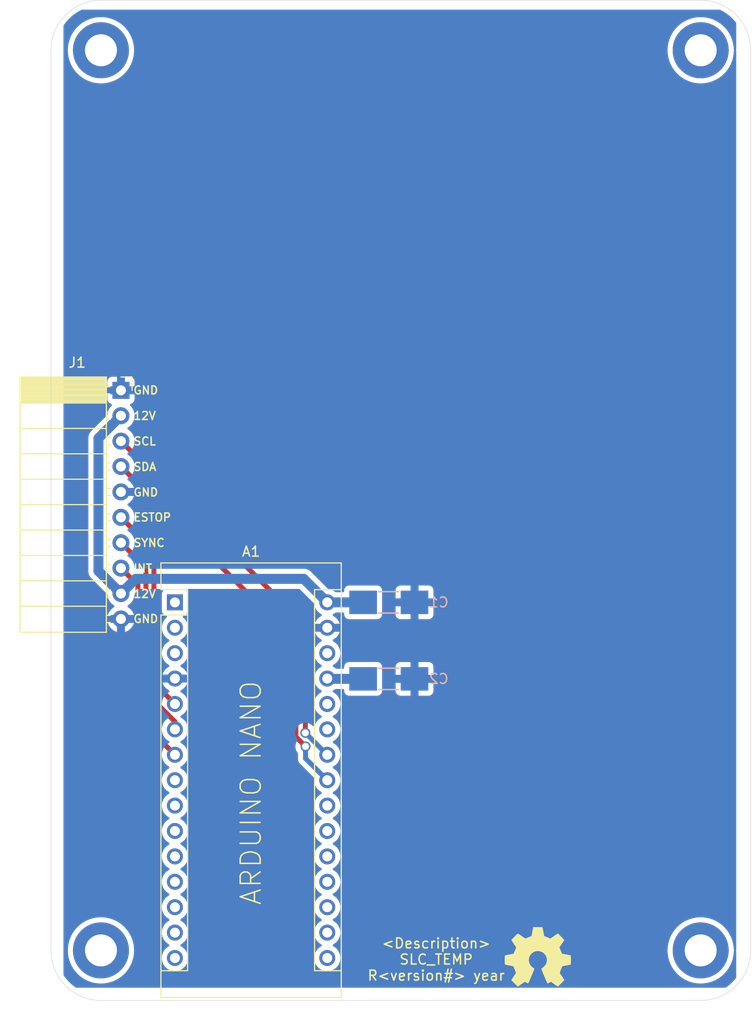
<source format=kicad_pcb>
(kicad_pcb (version 20240108) (generator "pcbnew") (generator_version "8.0")
  (layers (0 "F.Cu" signal) (31 "B.Cu" signal) (34 "B.Paste" user) (35 "F.Paste" user) (36 "B.SilkS" user "B.Silkscreen") (37 "F.SilkS" user "F.Silkscreen") (38 "B.Mask" user) (39 "F.Mask" user) (44 "Edge.Cuts" user))
  (net 0 "")
  (net 2 "GND")
  (net 4 "+5V")
  (net 5 "/I2C_CLK")
  (net 6 "/I2C_DAT")
  (net 7 "/SYNC")
  (net 8 "/E_STOP")
  (net 14 "+12V")
  (net 15 "/INT")
  (net 16 "/A1")
  (net 17 "/B1")
  (net 18 "/A2")
  (net 19 "/B2")
  (net 20 "/BR1")
  (net 21 "/BR2")
  (net 22 "/CSEN1")
  (net 23 "/DIR1")
  (net 24 "/CSEN2")
  (net 25 "/DIR2")
  (net 26 "/MC1")
  (net 27 "/MC2")
  (net 28 "/THRM1")
  (net 29 "/THRM2")
  (footprint "MountingHole:MountingHole_3.2mm_M3_DIN965_Pad" (layer "F.Cu") (at 127.6 44.8)
    (property "Reference" "H1" (hide yes))
    (property "Value" "MountingHole")
    (pad "1" thru_hole circle (at 0 0) (size 5.6 5.6) (drill 3.2) (layers "*.Cu" "*.Mask"))
  )
  (footprint "MountingHole:MountingHole_3.2mm_M3_DIN965_Pad" (layer "F.Cu") (at 187.6 44.8)
    (property "Reference" "H2" (hide yes))
    (property "Value" "MountingHole")
    (pad "1" thru_hole circle (at 0 0) (size 5.6 5.6) (drill 3.2) (layers "*.Cu" "*.Mask"))
  )
  (footprint "MountingHole:MountingHole_3.2mm_M3_DIN965_Pad" (layer "F.Cu") (at 127.6 134.8)
    (property "Reference" "H3" (hide yes))
    (property "Value" "MountingHole")
    (pad "1" thru_hole circle (at 0 0) (size 5.6 5.6) (drill 3.2) (layers "*.Cu" "*.Mask"))
  )
  (footprint "MountingHole:MountingHole_3.2mm_M3_DIN965_Pad" (layer "F.Cu") (at 187.6 134.8)
    (property "Reference" "H4" (hide yes))
    (property "Value" "MountingHole")
    (pad "1" thru_hole circle (at 0 0) (size 5.6 5.6) (drill 3.2) (layers "*.Cu" "*.Mask"))
  )
  (footprint "Module:Arduino_Nano" (layer "F.Cu") (at 135 100)
    (property "Reference" "A1" (at 7.62 -5.08 0) (layer "F.SilkS"))
    (property "Value" "Arduino_Nano_v3.x")
    (fp_line (start -1.4 -3.94) (end -1.4 -1.27) (stroke (width 0.12)) (layer "F.SilkS"))
    (fp_line (start -1.4 1.27) (end -1.4 39.5) (stroke (width 0.12)) (layer "F.SilkS"))
    (fp_line (start -1.4 39.5) (end 16.64 39.5) (stroke (width 0.12)) (layer "F.SilkS"))
    (fp_line (start 1.27 -1.27) (end -1.4 -1.27) (stroke (width 0.12)) (layer "F.SilkS"))
    (fp_line (start 1.27 1.27) (end -1.4 1.27) (stroke (width 0.12)) (layer "F.SilkS"))
    (fp_line (start 1.27 1.27) (end 1.27 -1.27) (stroke (width 0.12)) (layer "F.SilkS"))
    (fp_line (start 1.27 1.27) (end 1.27 36.83) (stroke (width 0.12)) (layer "F.SilkS"))
    (fp_line (start 1.27 36.83) (end -1.4 36.83) (stroke (width 0.12)) (layer "F.SilkS"))
    (fp_line (start 13.97 -1.27) (end 13.97 36.83) (stroke (width 0.12)) (layer "F.SilkS"))
    (fp_line (start 13.97 -1.27) (end 16.64 -1.27) (stroke (width 0.12)) (layer "F.SilkS"))
    (fp_line (start 13.97 36.83) (end 16.64 36.83) (stroke (width 0.12)) (layer "F.SilkS"))
    (fp_line (start 16.64 -3.94) (end -1.4 -3.94) (stroke (width 0.12)) (layer "F.SilkS"))
    (fp_line (start 16.64 39.5) (end 16.64 -3.94) (stroke (width 0.12)) (layer "F.SilkS"))
    (pad "1" thru_hole rect (at 0 0) (size 1.6 1.6) (drill 1) (layers "*.Cu" "*.Mask"))
    (pad "2" thru_hole oval (at 0 2.54) (size 1.6 1.6) (drill 1) (layers "*.Cu" "*.Mask"))
    (pad "3" thru_hole oval (at 0 5.08) (size 1.6 1.6) (drill 1) (layers "*.Cu" "*.Mask"))
    (pad "4" thru_hole oval (at 0 7.62) (size 1.6 1.6) (drill 1) (layers "*.Cu" "*.Mask") (net 2 "GND"))
    (pad "5" thru_hole oval (at 0 10.16) (size 1.6 1.6) (drill 1) (layers "*.Cu" "*.Mask") (net 8 "/E_STOP"))
    (pad "6" thru_hole oval (at 0 12.7) (size 1.6 1.6) (drill 1) (layers "*.Cu" "*.Mask") (net 15 "/INT"))
    (pad "7" thru_hole oval (at 0 15.24) (size 1.6 1.6) (drill 1) (layers "*.Cu" "*.Mask") (net 7 "/SYNC"))
    (pad "8" thru_hole oval (at 0 17.78) (size 1.6 1.6) (drill 1) (layers "*.Cu" "*.Mask") (net 25 "/DIR2"))
    (pad "9" thru_hole oval (at 0 20.32) (size 1.6 1.6) (drill 1) (layers "*.Cu" "*.Mask") (net 27 "/MC2"))
    (pad "10" thru_hole oval (at 0 22.86) (size 1.6 1.6) (drill 1) (layers "*.Cu" "*.Mask") (net 21 "/BR2"))
    (pad "11" thru_hole oval (at 0 25.4) (size 1.6 1.6) (drill 1) (layers "*.Cu" "*.Mask") (net 29 "/THRM2"))
    (pad "12" thru_hole oval (at 0 27.94) (size 1.6 1.6) (drill 1) (layers "*.Cu" "*.Mask") (net 23 "/DIR1"))
    (pad "13" thru_hole oval (at 0 30.48) (size 1.6 1.6) (drill 1) (layers "*.Cu" "*.Mask") (net 26 "/MC1"))
    (pad "14" thru_hole oval (at 0 33.02) (size 1.6 1.6) (drill 1) (layers "*.Cu" "*.Mask") (net 20 "/BR1"))
    (pad "15" thru_hole oval (at 0 35.56) (size 1.6 1.6) (drill 1) (layers "*.Cu" "*.Mask") (net 28 "/THRM1"))
    (pad "16" thru_hole oval (at 15.24 35.56) (size 1.6 1.6) (drill 1) (layers "*.Cu" "*.Mask"))
    (pad "17" thru_hole oval (at 15.24 33.02) (size 1.6 1.6) (drill 1) (layers "*.Cu" "*.Mask"))
    (pad "18" thru_hole oval (at 15.24 30.48) (size 1.6 1.6) (drill 1) (layers "*.Cu" "*.Mask"))
    (pad "19" thru_hole oval (at 15.24 27.94) (size 1.6 1.6) (drill 1) (layers "*.Cu" "*.Mask") (net 16 "/A1"))
    (pad "20" thru_hole oval (at 15.24 25.4) (size 1.6 1.6) (drill 1) (layers "*.Cu" "*.Mask") (net 17 "/B1"))
    (pad "21" thru_hole oval (at 15.24 22.86) (size 1.6 1.6) (drill 1) (layers "*.Cu" "*.Mask") (net 18 "/A2"))
    (pad "22" thru_hole oval (at 15.24 20.32) (size 1.6 1.6) (drill 1) (layers "*.Cu" "*.Mask") (net 19 "/B2"))
    (pad "23" thru_hole oval (at 15.24 17.78) (size 1.6 1.6) (drill 1) (layers "*.Cu" "*.Mask") (net 6 "/I2C_DAT"))
    (pad "24" thru_hole oval (at 15.24 15.24) (size 1.6 1.6) (drill 1) (layers "*.Cu" "*.Mask") (net 5 "/I2C_CLK"))
    (pad "25" thru_hole oval (at 15.24 12.7) (size 1.6 1.6) (drill 1) (layers "*.Cu" "*.Mask") (net 22 "/CSEN1"))
    (pad "26" thru_hole oval (at 15.24 10.16) (size 1.6 1.6) (drill 1) (layers "*.Cu" "*.Mask") (net 24 "/CSEN2"))
    (pad "27" thru_hole oval (at 15.24 7.62) (size 1.6 1.6) (drill 1) (layers "*.Cu" "*.Mask") (net 4 "+5V"))
    (pad "28" thru_hole oval (at 15.24 5.08) (size 1.6 1.6) (drill 1) (layers "*.Cu" "*.Mask"))
    (pad "29" thru_hole oval (at 15.24 2.54) (size 1.6 1.6) (drill 1) (layers "*.Cu" "*.Mask") (net 2 "GND"))
    (pad "30" thru_hole oval (at 15.24 0) (size 1.6 1.6) (drill 1) (layers "*.Cu" "*.Mask") (net 14 "+12V"))
  )
  (footprint "Connector_PinSocket_2.54mm:PinSocket_1x10_P2.54mm_Horizontal" (layer "F.Cu") (at 129.6 78.8)
    (property "Reference" "J1" (at -4.38 -2.77 0) (layer "F.SilkS"))
    (property "Value" "Conn_01x10_Female")
    (fp_line (start -10.09 -1.33) (end -10.09 24.19) (stroke (width 0.12)) (layer "F.SilkS"))
    (fp_line (start -10.09 -1.33) (end -1.46 -1.33) (stroke (width 0.12)) (layer "F.SilkS"))
    (fp_line (start -10.09 -1.21) (end -1.46 -1.21) (stroke (width 0.12)) (layer "F.SilkS"))
    (fp_line (start -10.09 -1.091905) (end -1.46 -1.091905) (stroke (width 0.12)) (layer "F.SilkS"))
    (fp_line (start -10.09 -0.97381) (end -1.46 -0.97381) (stroke (width 0.12)) (layer "F.SilkS"))
    (fp_line (start -10.09 -0.855715) (end -1.46 -0.855715) (stroke (width 0.12)) (layer "F.SilkS"))
    (fp_line (start -10.09 -0.73762) (end -1.46 -0.73762) (stroke (width 0.12)) (layer "F.SilkS"))
    (fp_line (start -10.09 -0.619525) (end -1.46 -0.619525) (stroke (width 0.12)) (layer "F.SilkS"))
    (fp_line (start -10.09 -0.50143) (end -1.46 -0.50143) (stroke (width 0.12)) (layer "F.SilkS"))
    (fp_line (start -10.09 -0.383335) (end -1.46 -0.383335) (stroke (width 0.12)) (layer "F.SilkS"))
    (fp_line (start -10.09 -0.26524) (end -1.46 -0.26524) (stroke (width 0.12)) (layer "F.SilkS"))
    (fp_line (start -10.09 -0.147145) (end -1.46 -0.147145) (stroke (width 0.12)) (layer "F.SilkS"))
    (fp_line (start -10.09 -0.02905) (end -1.46 -0.02905) (stroke (width 0.12)) (layer "F.SilkS"))
    (fp_line (start -10.09 0.089045) (end -1.46 0.089045) (stroke (width 0.12)) (layer "F.SilkS"))
    (fp_line (start -10.09 0.20714) (end -1.46 0.20714) (stroke (width 0.12)) (layer "F.SilkS"))
    (fp_line (start -10.09 0.325235) (end -1.46 0.325235) (stroke (width 0.12)) (layer "F.SilkS"))
    (fp_line (start -10.09 0.44333) (end -1.46 0.44333) (stroke (width 0.12)) (layer "F.SilkS"))
    (fp_line (start -10.09 0.561425) (end -1.46 0.561425) (stroke (width 0.12)) (layer "F.SilkS"))
    (fp_line (start -10.09 0.67952) (end -1.46 0.67952) (stroke (width 0.12)) (layer "F.SilkS"))
    (fp_line (start -10.09 0.797615) (end -1.46 0.797615) (stroke (width 0.12)) (layer "F.SilkS"))
    (fp_line (start -10.09 0.91571) (end -1.46 0.91571) (stroke (width 0.12)) (layer "F.SilkS"))
    (fp_line (start -10.09 1.033805) (end -1.46 1.033805) (stroke (width 0.12)) (layer "F.SilkS"))
    (fp_line (start -10.09 1.1519) (end -1.46 1.1519) (stroke (width 0.12)) (layer "F.SilkS"))
    (fp_line (start -10.09 1.27) (end -1.46 1.27) (stroke (width 0.12)) (layer "F.SilkS"))
    (fp_line (start -10.09 3.81) (end -1.46 3.81) (stroke (width 0.12)) (layer "F.SilkS"))
    (fp_line (start -10.09 6.35) (end -1.46 6.35) (stroke (width 0.12)) (layer "F.SilkS"))
    (fp_line (start -10.09 8.89) (end -1.46 8.89) (stroke (width 0.12)) (layer "F.SilkS"))
    (fp_line (start -10.09 11.43) (end -1.46 11.43) (stroke (width 0.12)) (layer "F.SilkS"))
    (fp_line (start -10.09 13.97) (end -1.46 13.97) (stroke (width 0.12)) (layer "F.SilkS"))
    (fp_line (start -10.09 16.51) (end -1.46 16.51) (stroke (width 0.12)) (layer "F.SilkS"))
    (fp_line (start -10.09 19.05) (end -1.46 19.05) (stroke (width 0.12)) (layer "F.SilkS"))
    (fp_line (start -10.09 21.59) (end -1.46 21.59) (stroke (width 0.12)) (layer "F.SilkS"))
    (fp_line (start -10.09 24.19) (end -1.46 24.19) (stroke (width 0.12)) (layer "F.SilkS"))
    (fp_line (start -1.46 -1.33) (end -1.46 24.19) (stroke (width 0.12)) (layer "F.SilkS"))
    (fp_line (start -1.46 -0.36) (end -1.11 -0.36) (stroke (width 0.12)) (layer "F.SilkS"))
    (fp_line (start -1.46 0.36) (end -1.11 0.36) (stroke (width 0.12)) (layer "F.SilkS"))
    (fp_line (start -1.46 2.18) (end -1.05 2.18) (stroke (width 0.12)) (layer "F.SilkS"))
    (fp_line (start -1.46 2.9) (end -1.05 2.9) (stroke (width 0.12)) (layer "F.SilkS"))
    (fp_line (start -1.46 4.72) (end -1.05 4.72) (stroke (width 0.12)) (layer "F.SilkS"))
    (fp_line (start -1.46 5.44) (end -1.05 5.44) (stroke (width 0.12)) (layer "F.SilkS"))
    (fp_line (start -1.46 7.26) (end -1.05 7.26) (stroke (width 0.12)) (layer "F.SilkS"))
    (fp_line (start -1.46 7.98) (end -1.05 7.98) (stroke (width 0.12)) (layer "F.SilkS"))
    (fp_line (start -1.46 9.8) (end -1.05 9.8) (stroke (width 0.12)) (layer "F.SilkS"))
    (fp_line (start -1.46 10.52) (end -1.05 10.52) (stroke (width 0.12)) (layer "F.SilkS"))
    (fp_line (start -1.46 12.34) (end -1.05 12.34) (stroke (width 0.12)) (layer "F.SilkS"))
    (fp_line (start -1.46 13.06) (end -1.05 13.06) (stroke (width 0.12)) (layer "F.SilkS"))
    (fp_line (start -1.46 14.88) (end -1.05 14.88) (stroke (width 0.12)) (layer "F.SilkS"))
    (fp_line (start -1.46 15.6) (end -1.05 15.6) (stroke (width 0.12)) (layer "F.SilkS"))
    (fp_line (start -1.46 17.42) (end -1.05 17.42) (stroke (width 0.12)) (layer "F.SilkS"))
    (fp_line (start -1.46 18.14) (end -1.05 18.14) (stroke (width 0.12)) (layer "F.SilkS"))
    (fp_line (start -1.46 19.96) (end -1.05 19.96) (stroke (width 0.12)) (layer "F.SilkS"))
    (fp_line (start -1.46 20.68) (end -1.05 20.68) (stroke (width 0.12)) (layer "F.SilkS"))
    (fp_line (start -1.46 22.5) (end -1.05 22.5) (stroke (width 0.12)) (layer "F.SilkS"))
    (fp_line (start -1.46 23.22) (end -1.05 23.22) (stroke (width 0.12)) (layer "F.SilkS"))
    (fp_line (start 0 -1.33) (end 1.11 -1.33) (stroke (width 0.12)) (layer "F.SilkS"))
    (fp_line (start 1.11 -1.33) (end 1.11 0) (stroke (width 0.12)) (layer "F.SilkS"))
    (pad "1" thru_hole rect (at 0 0) (size 1.7 1.7) (drill 1) (layers "*.Cu" "*.Mask") (net 2 "GND"))
    (pad "2" thru_hole oval (at 0 2.54) (size 1.7 1.7) (drill 1) (layers "*.Cu" "*.Mask") (net 14 "+12V"))
    (pad "3" thru_hole oval (at 0 5.08) (size 1.7 1.7) (drill 1) (layers "*.Cu" "*.Mask") (net 5 "/I2C_CLK"))
    (pad "4" thru_hole oval (at 0 7.62) (size 1.7 1.7) (drill 1) (layers "*.Cu" "*.Mask") (net 6 "/I2C_DAT"))
    (pad "5" thru_hole oval (at 0 10.16) (size 1.7 1.7) (drill 1) (layers "*.Cu" "*.Mask") (net 2 "GND"))
    (pad "6" thru_hole oval (at 0 12.7) (size 1.7 1.7) (drill 1) (layers "*.Cu" "*.Mask") (net 8 "/E_STOP"))
    (pad "7" thru_hole oval (at 0 15.24) (size 1.7 1.7) (drill 1) (layers "*.Cu" "*.Mask") (net 15 "/INT"))
    (pad "8" thru_hole oval (at 0 17.78) (size 1.7 1.7) (drill 1) (layers "*.Cu" "*.Mask") (net 7 "/SYNC"))
    (pad "9" thru_hole oval (at 0 20.32) (size 1.7 1.7) (drill 1) (layers "*.Cu" "*.Mask") (net 14 "+12V"))
    (pad "10" thru_hole oval (at 0 22.86) (size 1.7 1.7) (drill 1) (layers "*.Cu" "*.Mask") (net 2 "GND"))
  )
  (footprint "Symbol:OSHW-Symbol_6.7x6mm_SilkScreen" (layer "F.Cu") (at 171.3 135.45)
    (property "Reference" "Logo1" (hide yes))
    (property "Value" "Logo_Open_Hardware_Small" (hide yes))
    (fp_poly (pts (xy 0.555814 -2.531069) (xy 0.639635 -2.086445) (xy 0.94892 -1.958947) (xy 1.258206 -1.831449) (xy 1.629246 -2.083754) (xy 1.733157 -2.154004) (xy 1.827087 -2.216728) (xy 1.906652 -2.269062) (xy 1.96747 -2.308143) (xy 2.005157 -2.331107) (xy 2.015421 -2.336058) (xy 2.03391 -2.323324) (xy 2.07342 -2.288118) (xy 2.129522 -2.234938) (xy 2.197787 -2.168282) (xy 2.273786 -2.092646) (xy 2.353092 -2.012528) (xy 2.431275 -1.932426) (xy 2.503907 -1.856836) (xy 2.566559 -1.790255) (xy 2.614803 -1.737182) (xy 2.64421 -1.702113) (xy 2.651241 -1.690377) (xy 2.641123 -1.66874) (xy 2.612759 -1.621338) (xy 2.569129 -1.552807) (xy 2.513218 -1.467785) (xy 2.448006 -1.370907) (xy 2.410219 -1.31565) (xy 2.341343 -1.214752) (xy 2.28014 -1.123701) (xy 2.229578 -1.04703) (xy 2.192628 -0.989272) (xy 2.172258 -0.954957) (xy 2.169197 -0.947746) (xy 2.176136 -0.927252) (xy 2.195051 -0.879487) (xy 2.223087 -0.811168) (xy 2.257391 -0.729011) (xy 2.295109 -0.63973) (xy 2.333387 -0.550042) (xy 2.36937 -0.466662) (xy 2.400206 -0.396306) (xy 2.423039 -0.34569) (xy 2.435017 -0.321529) (xy 2.435724 -0.320578) (xy 2.454531 -0.315964) (xy 2.504618 -0.305672) (xy 2.580793 -0.290713) (xy 2.677865 -0.272099) (xy 2.790643 -0.250841) (xy 2.856442 -0.238582) (xy 2.97695 -0.215638) (xy 3.085797 -0.193805) (xy 3.177476 -0.174278) (xy 3.246481 -0.158252) (xy 3.287304 -0.146921) (xy 3.295511 -0.143326) (xy 3.303548 -0.118994) (xy 3.310033 -0.064041) (xy 3.31497 0.015108) (xy 3.318364 0.112026) (xy 3.320218 0.220287) (xy 3.320538 0.333465) (xy 3.319327 0.445135) (xy 3.31659 0.548868) (xy 3.312331 0.638241) (xy 3.306555 0.706826) (xy 3.299267 0.748197) (xy 3.294895 0.75681) (xy 3.268764 0.767133) (xy 3.213393 0.781892) (xy 3.136107 0.799352) (xy 3.04423 0.81778) (xy 3.012158 0.823741) (xy 2.857524 0.852066) (xy 2.735375 0.874876) (xy 2.641673 0.89308) (xy 2.572384 0.907583) (xy 2.523471 0.919292) (xy 2.490897 0.929115) (xy 2.470628 0.937956) (xy 2.458626 0.946724) (xy 2.456947 0.948457) (xy 2.440184 0.976371) (xy 2.414614 1.030695) (xy 2.382788 1.104777) (xy 2.34726 1.191965) (xy 2.310583 1.285608) (xy 2.275311 1.379052) (xy 2.243996 1.465647) (xy 2.219193 1.53874) (xy 2.203454 1.591678) (xy 2.199332 1.617811) (xy 2.199676 1.618726) (xy 2.213641 1.640086) (xy 2.245322 1.687084) (xy 2.291391 1.754827) (xy 2.348518 1.838423) (xy 2.413373 1.932982) (xy 2.431843 1.959854) (xy 2.497699 2.057275) (xy 2.55565 2.146163) (xy 2.602538 2.221412) (xy 2.635207 2.27792) (xy 2.6505 2.310581) (xy 2.651241 2.314593) (xy 2.638392 2.335684) (xy 2.602888 2.377464) (xy 2.549293 2.435445) (xy 2.482171 2.505135) (xy 2.406087 2.582045) (xy 2.325604 2.661683) (xy 2.245287 2.739561) (xy 2.169699 2.811186) (xy 2.103405 2.87207) (xy 2.050969 2.917721) (xy 2.016955 2.94365) (xy 2.007545 2.947883) (xy 1.985643 2.937912) (xy 1.9408 2.91102) (xy 1.880321 2.871736) (xy 1.833789 2.840117) (xy 1.749475 2.782098) (xy 1.649626 2.713784) (xy 1.549473 2.645579) (xy 1.495627 2.609075) (xy 1.313371 2.4858) (xy 1.160381 2.56852) (xy 1.090682 2.604759) (xy 1.031414 2.632926) (xy 0.991311 2.648991) (xy 0.981103 2.651226) (xy 0.968829 2.634722) (xy 0.944613 2.588082) (xy 0.910263 2.515609) (xy 0.867588 2.421606) (xy 0.818394 2.310374) (xy 0.76449 2.186215) (xy 0.707684 2.053432) (xy 0.649782 1.916327) (xy 0.592593 1.779202) (xy 0.537924 1.646358) (xy 0.487584 1.522098) (xy 0.44338 1.410725) (xy 0.407119 1.316539) (xy 0.380609 1.243844) (xy 0.365658 1.196941) (xy 0.363254 1.180833) (xy 0.382311 1.160286) (xy 0.424036 1.126933) (xy 0.479706 1.087702) (xy 0.484378 1.084599) (xy 0.628264 0.969423) (xy 0.744283 0.835053) (xy 0.83143 0.685784) (xy 0.888699 0.525913) (xy 0.915086 0.359737) (xy 0.909585 0.191552) (xy 0.87119 0.025655) (xy 0.798895 -0.133658) (xy 0.777626 -0.168513) (xy 0.666996 -0.309263) (xy 0.536302 -0.422286) (xy 0.390064 -0.506997) (xy 0.232808 -0.562806) (xy 0.069057 -0.589126) (xy -0.096667 -0.58537) (xy -0.259838 -0.55095) (xy -0.415935 -0.485277) (xy -0.560433 -0.387765) (xy -0.605131 -0.348187) (xy -0.718888 -0.224297) (xy -0.801782 -0.093876) (xy -0.858644 0.052315) (xy -0.890313 0.197088) (xy -0.898131 0.35986) (xy -0.872062 0.52344) (xy -0.814755 0.682298) (xy -0.728856 0.830906) (xy -0.617014 0.963735) (xy -0.481877 1.075256) (xy -0.464117 1.087011) (xy -0.40785 1.125508) (xy -0.365077 1.158863) (xy -0.344628 1.18016) (xy -0.344331 1.180833) (xy -0.348721 1.203871) (xy -0.366124 1.256157) (xy -0.394732 1.33339) (xy -0.432735 1.431268) (xy -0.478326 1.545491) (xy -0.529697 1.671758) (xy -0.585038 1.805767) (xy -0.642542 1.943218) (xy -0.700399 2.079808) (xy -0.756802 2.211237) (xy -0.809942 2.333205) (xy -0.85801 2.441409) (xy -0.899199 2.531549) (xy -0.931699 2.599323) (xy -0.953703 2.64043) (xy -0.962564 2.651226) (xy -0.98964 2.642819) (xy -1.040303 2.620272) (xy -1.105817 2.587613) (xy -1.141841 2.56852) (xy -1.294832 2.4858) (xy -1.477088 2.609075) (xy -1.570125 2.672228) (xy -1.671985 2.741727) (xy -1.767438 2.807165) (xy -1.81525 2.840117) (xy -1.882495 2.885273) (xy -1.939436 2.921057) (xy -1.978646 2.942938) (xy -1.991381 2.947563) (xy -2.009917 2.935085) (xy -2.050941 2.900252) (xy -2.110475 2.846678) (xy -2.184542 2.777983) (xy -2.269165 2.697781) (xy -2.322685 2.646286) (xy -2.416319 2.554286) (xy -2.497241 2.471999) (xy -2.562177 2.402945) (xy -2.607858 2.350644) (xy -2.631011 2.318616) (xy -2.633232 2.312116) (xy -2.622924 2.287394) (xy -2.594439 2.237405) (xy -2.550937 2.167212) (xy -2.495577 2.081875) (xy -2.43152 1.986456) (xy -2.413303 1.959854) (xy -2.346927 1.863167) (xy -2.287378 1.776117) (xy -2.237984 1.703595) (xy -2.202075 1.650493) (xy -2.182981 1.621703) (xy -2.181136 1.618726) (xy -2.183895 1.595782) (xy -2.198538 1.545336) (xy -2.222513 1.474041) (xy -2.253266 1.388547) (xy -2.288244 1.295507) (xy -2.324893 1.201574) (xy -2.360661 1.113399) (xy -2.392994 1.037634) (xy -2.419338 0.980931) (xy -2.437142 0.949943) (xy -2.438407 0.948457) (xy -2.449294 0.939601) (xy -2.467682 0.930843) (xy -2.497606 0.921277) (xy -2.543103 0.909996) (xy -2.608209 0.896093) (xy -2.696961 0.878663) (xy -2.813393 0.856798) (xy -2.961542 0.829591) (xy -2.993618 0.823741) (xy -3.088686 0.805374) (xy -3.171565 0.787405) (xy -3.23493 0.771569) (xy -3.271458 0.7596) (xy -3.276356 0.75681) (xy -3.284427 0.732072) (xy -3.290987 0.67679) (xy -3.296033 0.597389) (xy -3.299559 0.500296) (xy -3.301561 0.391938) (xy -3.302036 0.27874) (xy -3.300977 0.167128) (xy -3.298382 0.063529) (xy -3.294246 -0.025632) (xy -3.288563 -0.093928) (xy -3.281331 -0.134934) (xy -3.276971 -0.143326) (xy -3.252698 -0.151792) (xy -3.197426 -0.165565) (xy -3.116662 -0.18345) (xy -3.015912 -0.204252) (xy -2.900683 -0.226777) (xy -2.837902 -0.238582) (xy -2.718787 -0.260849) (xy -2.612565 -0.281021) (xy -2.524427 -0.298085) (xy -2.459566 -0.311031) (xy -2.423174 -0.318845) (xy -2.417184 -0.320578) (xy -2.407061 -0.34011) (xy -2.385662 -0.387157) (xy -2.355839 -0.454997) (xy -2.320445 -0.536909) (xy -2.282332 -0.626172) (xy -2.244353 -0.716065) (xy -2.20936 -0.799865) (xy -2.180206 -0.870853) (xy -2.159743 -0.922306) (xy -2.150823 -0.947503) (xy -2.150657 -0.948604) (xy -2.160769 -0.968481) (xy -2.189117 -1.014223) (xy -2.232723 -1.081283) (xy -2.288606 -1.165116) (xy -2.353787 -1.261174) (xy -2.391679 -1.31635) (xy -2.460725 -1.417519) (xy -2.52205 -1.50937) (xy -2.572663 -1.587256) (xy -2.609571 -1.646531) (xy -2.629782 -1.682549) (xy -2.632701 -1.690623) (xy -2.620153 -1.709416) (xy -2.585463 -1.749543) (xy -2.533063 -1.806507) (xy -2.467384 -1.875815) (xy -2.392856 -1.952969) (xy -2.313913 -2.033475) (xy -2.234983 -2.112837) (xy -2.1605 -2.18656) (xy -2.094894 -2.250148) (xy -2.042596 -2.299106) (xy -2.008039 -2.328939) (xy -1.996478 -2.336058) (xy -1.977654 -2.326047) (xy -1.932631 -2.297922) (xy -1.865787 -2.254546) (xy -1.781499 -2.198782) (xy -1.684144 -2.133494) (xy -1.610707 -2.083754) (xy -1.239667 -1.831449) (xy -0.621095 -2.086445) (xy -0.537275 -2.531069) (xy -0.453454 -2.975693) (xy 0.471994 -2.975693) (xy 0.555814 -2.531069)) (stroke (width 0.01)) (fill solid) (layer "F.SilkS"))
  )
  (footprint "OCI_UPL_FOOTPRINTS:C_2312" (layer "B.Cu") (at 156.4 107.65)
    (property "Reference" "C2" (at 5 0 0) (layer "B.SilkS") (effects (justify mirror)))
    (property "Value" "10uF_t")
    (fp_line (start 0.97 -1.07) (end -1.04 -1.07) (stroke (width 0.15)) (layer "B.SilkS"))
    (fp_line (start 1 1.07) (end -1.01 1.07) (stroke (width 0.15)) (layer "B.SilkS"))
    (pad "1" smd rect (at -2.57 0) (size 2.77 2.35) (layers "B.Cu" "B.Paste" "B.Mask") (net 4 "+5V"))
    (pad "2" smd rect (at 2.57 0) (size 2.77 2.35) (layers "B.Cu" "B.Paste" "B.Mask") (net 2 "GND"))
  )
  (footprint "OCI_UPL_FOOTPRINTS:C_2312" (layer "B.Cu") (at 156.4 100)
    (property "Reference" "C1" (at 5 0 0) (layer "B.SilkS") (effects (justify mirror)))
    (property "Value" "10uF_t")
    (fp_line (start 0.97 -1.07) (end -1.04 -1.07) (stroke (width 0.15)) (layer "B.SilkS"))
    (fp_line (start 1 1.07) (end -1.01 1.07) (stroke (width 0.15)) (layer "B.SilkS"))
    (pad "1" smd rect (at -2.57 0) (size 2.77 2.35) (layers "B.Cu" "B.Paste" "B.Mask") (net 14 "+12V"))
    (pad "2" smd rect (at 2.57 0) (size 2.77 2.35) (layers "B.Cu" "B.Paste" "B.Mask") (net 2 "GND"))
  )
  (gr_line (start 192.6 44.8) (end 192.6 134.8) (stroke (width 0.05)) (layer "Edge.Cuts"))
  (gr_arc (start 187.6 39.8) (mid 191.135534 41.264466) (end 192.6 44.8) (stroke (width 0.05)) (layer "Edge.Cuts"))
  (gr_line (start 122.6 134.8) (end 122.6 44.8) (stroke (width 0.05)) (layer "Edge.Cuts"))
  (gr_line (start 127.6 139.8) (end 187.6 139.8) (stroke (width 0.05)) (layer "Edge.Cuts"))
  (gr_arc (start 127.6 139.8) (mid 124.064466 138.335534) (end 122.6 134.8) (stroke (width 0.05)) (layer "Edge.Cuts"))
  (gr_line (start 127.6 39.8) (end 187.6 39.8) (stroke (width 0.05)) (layer "Edge.Cuts"))
  (gr_arc (start 192.6 134.8) (mid 191.135534 138.335534) (end 187.6 139.8) (stroke (width 0.05)) (layer "Edge.Cuts"))
  (gr_arc (start 122.6 44.8) (mid 124.064466 41.264466) (end 127.6 39.8) (stroke (width 0.05)) (layer "Edge.Cuts"))
  (gr_text "12V" (at 131.975715 81.35 0) (layer "F.SilkS") (effects (font (size 0.8 0.8))))
  (gr_text "12V" (at 131.975715 99.15 0) (layer "F.SilkS") (effects (font (size 0.8 0.8))))
  (gr_text "GND" (at 132.09 89 0) (layer "F.SilkS") (effects (font (size 0.8 0.8))))
  (gr_text "<Description>\nSLC_TEMP\nR<version#> year" (at 161.14 135.704 0) (layer "F.SilkS") (effects (font (size 1 1))))
  (gr_text "ARDUINO NANO" (at 142.61 119.05 90) (layer "F.SilkS") (effects (font (size 2 2))))
  (gr_text "SCL" (at 131.975715 83.9 0) (layer "F.SilkS") (effects (font (size 0.8 0.8))))
  (gr_text "GND" (at 132.09 101.65 0) (layer "F.SilkS") (effects (font (size 0.8 0.8))))
  (gr_text "GND" (at 132.09 78.8 0) (layer "F.SilkS") (effects (font (size 0.8 0.8))))
  (gr_text "ESTOP" (at 132.737619 91.5 0) (layer "F.SilkS") (effects (font (size 0.8 0.8))))
  (gr_text "SDA" (at 131.994762 86.45 0) (layer "F.SilkS") (effects (font (size 0.8 0.8))))
  (gr_text "SYNC" (at 132.41381 94.05 0) (layer "F.SilkS") (effects (font (size 0.8 0.8))))
  (gr_text "INT" (at 131.785238 96.6 0) (layer "F.SilkS") (effects (font (size 0.8 0.8))))
  (segment (start 153.83 107.65) (end 150.27 107.65) (width 1) (layer "B.Cu") (net 4))
  (segment (start 150.27 107.65) (end 150.24 107.62) (width 1) (layer "B.Cu") (net 4))
  (segment (start 148.05 113.05) (end 148.05 102.33) (width 0.5) (layer "F.Cu") (net 5))
  (segment (start 148.05 102.33) (end 129.6 83.88) (width 0.5) (layer "F.Cu") (net 5))
  (via (at 148.05 113.05) (size 1) (drill 0.7) (layers "F.Cu" "B.Cu") (net 5))
  (segment (start 150.24 115.24) (end 148.05 113.05) (width 0.5) (layer "B.Cu") (net 5))
  (segment (start 148.068791 114.411588) (end 147.1 113.442797) (width 0.5) (layer "F.Cu") (net 6))
  (segment (start 147.1 103.92) (end 129.6 86.42) (width 0.5) (layer "F.Cu") (net 6))
  (segment (start 147.1 113.442797) (end 147.1 103.92) (width 0.5) (layer "F.Cu") (net 6))
  (via (at 148.068791 114.411588) (size 1) (drill 0.7) (layers "F.Cu" "B.Cu") (net 6))
  (segment (start 148.068791 115.608791) (end 148.068791 114.411588) (width 0.5) (layer "B.Cu") (net 6))
  (segment (start 150.24 117.78) (end 148.068791 115.608791) (width 0.5) (layer "B.Cu") (net 6))
  (segment (start 131.30048 98.28048) (end 129.6 96.58) (width 0.5) (layer "F.Cu") (net 7))
  (segment (start 135 115.24) (end 131.30048 111.54048) (width 0.5) (layer "F.Cu") (net 7))
  (segment (start 131.30048 111.54048) (end 131.30048 98.28048) (width 0.5) (layer "F.Cu") (net 7))
  (segment (start 135 110.16) (end 132.9 108.06) (width 0.5) (layer "F.Cu") (net 8))
  (segment (start 132.9 108.06) (end 132.9 94.8) (width 0.5) (layer "F.Cu") (net 8))
  (segment (start 132.9 94.8) (end 129.6 91.5) (width 0.5) (layer "F.Cu") (net 8))
  (segment (start 131.07 97.65) (end 147.89 97.65) (width 1) (layer "B.Cu") (net 14))
  (segment (start 129.6 99.12) (end 131.07 97.65) (width 1) (layer "B.Cu") (net 14))
  (segment (start 147.89 97.65) (end 150.24 100) (width 1) (layer "B.Cu") (net 14))
  (segment (start 127.35 96.87) (end 129.6 99.12) (width 1) (layer "B.Cu") (net 14))
  (segment (start 153.83 100) (end 150.24 100) (width 1) (layer "B.Cu") (net 14))
  (segment (start 127.35 83.59) (end 127.35 96.87) (width 1) (layer "B.Cu") (net 14))
  (segment (start 129.6 81.34) (end 127.35 83.59) (width 1) (layer "B.Cu") (net 14))
  (segment (start 132.1 109.027076) (end 132.1 96.54) (width 0.5) (layer "F.Cu") (net 15))
  (segment (start 135 112.7) (end 135 111.927076) (width 0.5) (layer "F.Cu") (net 15))
  (segment (start 135 111.927076) (end 132.1 109.027076) (width 0.5) (layer "F.Cu") (net 15))
  (segment (start 132.1 96.54) (end 129.6 94.04) (width 0.5) (layer "F.Cu") (net 15))
  (zone (net 2) (net_name "GND") (layer "B.Cu") (connect_pads (clearance 0.508)) (min_thickness 0.254) (fill yes (thermal_gap 0.508) (thermal_bridge_width 0.8))
    (polygon (pts (xy 191.16 138.53) (xy 123.85 138.53) (xy 123.85 40.74) (xy 191.16 40.74)))
  )
)
</source>
